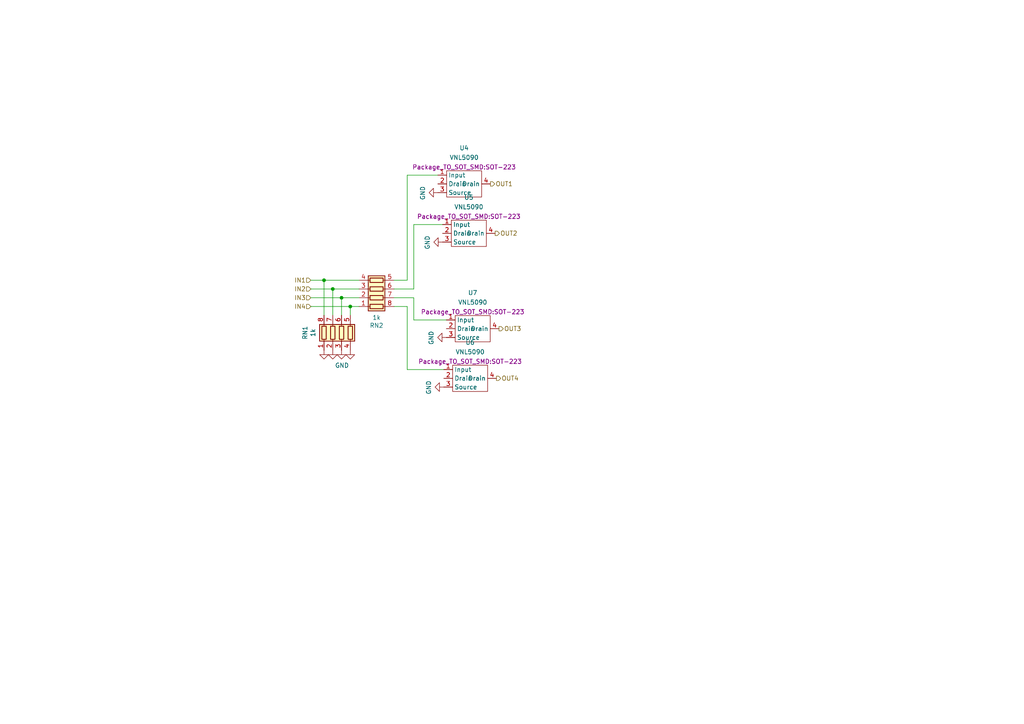
<source format=kicad_sch>
(kicad_sch (version 20211123) (generator eeschema)
  (paper "A4")
  (lib_symbols
    (symbol "Device:R_Pack04" (pin_names (offset 0) hide)
      (property "Reference" "RN" (at -7.62 0 90))
      (property "Value" "R_Pack04" (at 5.08 0 90))
      (symbol "R_Pack04_0_1"
        (rectangle (start -6.35 -2.413) (end 3.81 2.413) (stroke (width 0.254)) (fill (type background)))
        (rectangle (start -5.715 1.905) (end -4.445 -1.905) (stroke (width 0.254)))
        (rectangle (start -3.175 1.905) (end -1.905 -1.905) (stroke (width 0.254)))
        (rectangle (start -0.635 1.905) (end 0.635 -1.905) (stroke (width 0.254)))
        (polyline (pts (xy -5.08 -2.54) (xy -5.08 -1.905)))
        (polyline (pts (xy -5.08 1.905) (xy -5.08 2.54)))
        (polyline (pts (xy -2.54 -2.54) (xy -2.54 -1.905)))
        (polyline (pts (xy -2.54 1.905) (xy -2.54 2.54)))
        (polyline (pts (xy 0 -2.54) (xy 0 -1.905)))
        (polyline (pts (xy 0 1.905) (xy 0 2.54)))
        (polyline (pts (xy 2.54 -2.54) (xy 2.54 -1.905)))
        (polyline (pts (xy 2.54 1.905) (xy 2.54 2.54)))
        (rectangle (start 1.905 1.905) (end 3.175 -1.905) (stroke (width 0.254)))
      )
      (symbol "R_Pack04_1_1"
        (pin passive line (at -5.08 -5.08 90) (length 2.54) (name "R1.1") (number "1"))
        (pin passive line (at -2.54 -5.08 90) (length 2.54) (name "R2.1") (number "2"))
        (pin passive line (at 0 -5.08 90) (length 2.54) (name "R3.1") (number "3"))
        (pin passive line (at 2.54 -5.08 90) (length 2.54) (name "R4.1") (number "4"))
        (pin passive line (at 2.54 5.08 270) (length 2.54) (name "R4.2") (number "5"))
        (pin passive line (at 0 5.08 270) (length 2.54) (name "R3.2") (number "6"))
        (pin passive line (at -2.54 5.08 270) (length 2.54) (name "R2.2") (number "7"))
        (pin passive line (at -5.08 5.08 270) (length 2.54) (name "R1.2") (number "8"))
      )
    )
    (symbol "Simon:VNL5090"
      (property "Reference" "U22" (at 6.1081 0.0001 0))
      (property "Value" "VNL5090" (at 6.1081 -2.5399 0))
      (property "Footprint" "Package_TO_SOT_SMD:SOT-223" (at 6.1081 -5.0799 0))
      (symbol "VNL5090_0_1"
        (rectangle (start -5.08 1.27) (end 5.08 -6.35))
      )
      (symbol "VNL5090_1_1"
        (pin input line (at -7.62 0 0) (length 2.54) (name "Input") (number "1"))
        (pin input line (at -7.62 -2.54 0) (length 2.54) (name "Drain") (number "2"))
        (pin input line (at -7.62 -5.08 0) (length 2.54) (name "Source") (number "3"))
        (pin output line (at 7.62 -2.54 180) (length 2.54) (name "Drain") (number "4"))
      )
    )
    (symbol "power:GND" (power) (pin_names (offset 0))
      (property "Value" "GND" (at 0 -3.81 0))
      (symbol "GND_0_1"
        (polyline (pts (xy 0 0) (xy 0 -1.27) (xy 1.27 -1.27) (xy 0 -2.54) (xy -1.27 -1.27) (xy 0 -1.27)))
      )
      (symbol "GND_1_1"
        (pin power_in line (at 0 0 270) (length 0) hide (name "GND") (number "1"))
      )
    )
  )
  (junction (at 99.06 86.36))
  (junction (at 101.6 88.9))
  (junction (at 93.98 81.28))
  (junction (at 96.52 83.82))
  (wire (pts (xy 90.17 88.9) (xy 101.6 88.9)))
  (wire (pts (xy 129.481 92.7999) (xy 120.015 92.7999)))
  (wire (pts (xy 90.17 83.82) (xy 96.52 83.82)))
  (wire (pts (xy 118.11 107.1901) (xy 128.7367 107.1901)))
  (wire (pts (xy 90.17 86.36) (xy 99.06 86.36)))
  (wire (pts (xy 114.3 88.9) (xy 118.11 88.9)))
  (wire (pts (xy 127 50.8) (xy 118.11 50.8)))
  (wire (pts (xy 104.14 86.36) (xy 99.06 86.36)))
  (wire (pts (xy 90.17 81.28) (xy 93.98 81.28)))
  (wire (pts (xy 104.14 81.28) (xy 93.98 81.28)))
  (wire (pts (xy 96.52 83.82) (xy 104.14 83.82)))
  (wire (pts (xy 114.3 83.82) (xy 120.015 83.82)))
  (wire (pts (xy 118.11 50.8) (xy 118.11 81.28)))
  (wire (pts (xy 96.52 91.44) (xy 96.52 83.82)))
  (wire (pts (xy 101.6 91.44) (xy 101.6 88.9)))
  (wire (pts (xy 93.98 81.28) (xy 93.98 91.44)))
  (wire (pts (xy 99.06 86.36) (xy 99.06 91.44)))
  (wire (pts (xy 114.3 86.36) (xy 120.015 86.36)))
  (wire (pts (xy 120.015 86.36) (xy 120.015 92.7999)))
  (wire (pts (xy 120.015 65.1359) (xy 128.3645 65.1359)))
  (wire (pts (xy 114.3 81.28) (xy 118.11 81.28)))
  (wire (pts (xy 101.6 88.9) (xy 104.14 88.9)))
  (wire (pts (xy 118.11 88.9) (xy 118.11 107.1901)))
  (wire (pts (xy 120.015 65.1359) (xy 120.015 83.82)))
  (hierarchical_label "OUT4" (shape output) (at 143.9767 109.7301 0))
  (hierarchical_label "IN2" (shape input) (at 90.17 83.82 180))
  (hierarchical_label "IN4" (shape input) (at 90.17 88.9 180))
  (hierarchical_label "OUT3" (shape output) (at 144.721 95.3399 0))
  (hierarchical_label "IN3" (shape input) (at 90.17 86.36 180))
  (hierarchical_label "IN1" (shape input) (at 90.17 81.28 180))
  (hierarchical_label "OUT2" (shape output) (at 143.6045 67.6759 0))
  (hierarchical_label "OUT1" (shape output) (at 142.24 53.34 0))
  (symbol (lib_id "Simon:VNL5090") (at 135.9845 65.1359 0)
    (property "Reference" "U5" (at 135.9845 57.2512 0))
    (property "Value" "VNL5090" (at 135.9845 60.0263 0))
    (property "Footprint" "Package_TO_SOT_SMD:SOT-223" (at 135.9845 62.8014 0))
  )
  (symbol (lib_id "power:GND") (at 127 55.88 270)
    (property "Reference" "#PWR058" (effects hide))
    (property "Value" "GND" (at 122.6058 56.007 0))
  )
  (symbol (lib_id "Simon:VNL5090") (at 137.101 92.7999 0)
    (property "Reference" "U7" (at 137.101 84.9152 0))
    (property "Value" "VNL5090" (at 137.101 87.6903 0))
    (property "Footprint" "Package_TO_SOT_SMD:SOT-223" (at 137.101 90.4654 0))
  )
  (symbol (lib_id "power:GND") (at 93.98 101.6 0)
    (property "Reference" "#PWR054" (effects hide))
    (property "Value" "GND" (effects hide))
  )
  (symbol (lib_id "power:GND") (at 129.481 97.8799 270)
    (property "Reference" "#PWR061" (effects hide))
    (property "Value" "GND" (at 125.0868 98.0069 0))
  )
  (symbol (lib_id "power:GND") (at 96.52 101.6 0)
    (property "Reference" "#PWR055" (effects hide))
    (property "Value" "GND" (effects hide))
  )
  (symbol (lib_id "power:GND") (at 101.6 101.6 0)
    (property "Reference" "#PWR057" (effects hide))
    (property "Value" "GND" (effects hide))
  )
  (symbol (lib_id "power:GND") (at 128.7367 112.2701 270)
    (property "Reference" "#PWR060" (effects hide))
    (property "Value" "GND" (at 124.3425 112.3971 0))
  )
  (symbol (lib_id "power:GND") (at 99.06 101.6 0)
    (property "Reference" "#PWR056" (effects hide))
    (property "Value" "GND" (at 99.187 105.9942 0))
  )
  (symbol (lib_id "power:GND") (at 128.3645 70.2159 270)
    (property "Reference" "#PWR059" (effects hide))
    (property "Value" "GND" (at 123.9703 70.3429 0))
  )
  (symbol (lib_id "Device:R_Pack04") (at 109.22 83.82 270) (mirror x)
    (property "Reference" "RN2" (at 109.22 94.4118 90))
    (property "Value" "1k" (at 109.22 92.1004 90))
    (property "Footprint" "Resistor_SMD:R_Array_Convex_4x0603" (effects hide))
    (property "LCSC" "C20197" (effects hide))
    (property "LCSC_ext" "0" (effects hide))
  )
  (symbol (lib_id "Simon:VNL5090") (at 134.62 50.8 0)
    (property "Reference" "U4" (at 134.62 42.9153 0))
    (property "Value" "VNL5090" (at 134.62 45.6904 0))
    (property "Footprint" "Package_TO_SOT_SMD:SOT-223" (at 134.62 48.4655 0))
  )
  (symbol (lib_id "Simon:VNL5090") (at 136.3567 107.1901 0)
    (property "Reference" "U6" (at 136.3567 99.3054 0))
    (property "Value" "VNL5090" (at 136.3567 102.0805 0))
    (property "Footprint" "Package_TO_SOT_SMD:SOT-223" (at 136.3567 104.8556 0))
  )
  (symbol (lib_id "Device:R_Pack04") (at 99.06 96.52 0)
    (property "Reference" "RN1" (at 88.4682 96.52 90))
    (property "Value" "1k" (at 90.7796 96.52 90))
    (property "Footprint" "Resistor_SMD:R_Array_Convex_4x0603" (effects hide))
    (property "LCSC" "C20197" (effects hide))
    (property "LCSC_ext" "0" (effects hide))
  )
)
</source>
